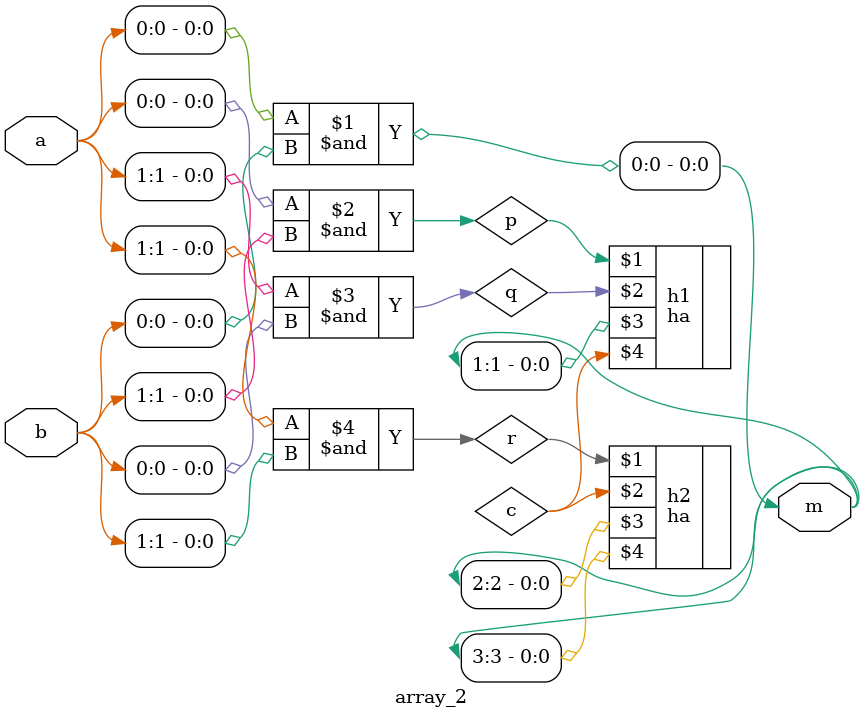
<source format=v>
module array_2(input [1:0]a,input [1:0]b,output[3:0]m);
wire p,q,r,c;
assign m[0]=a[0]&b[0];
assign p=a[0]&b[1];
assign q=a[1]&b[0];
assign r=a[1]&b[1];
ha h1(p,q,m[1],c);
ha h2(r,c,m[2],m[3]);

endmodule

</source>
